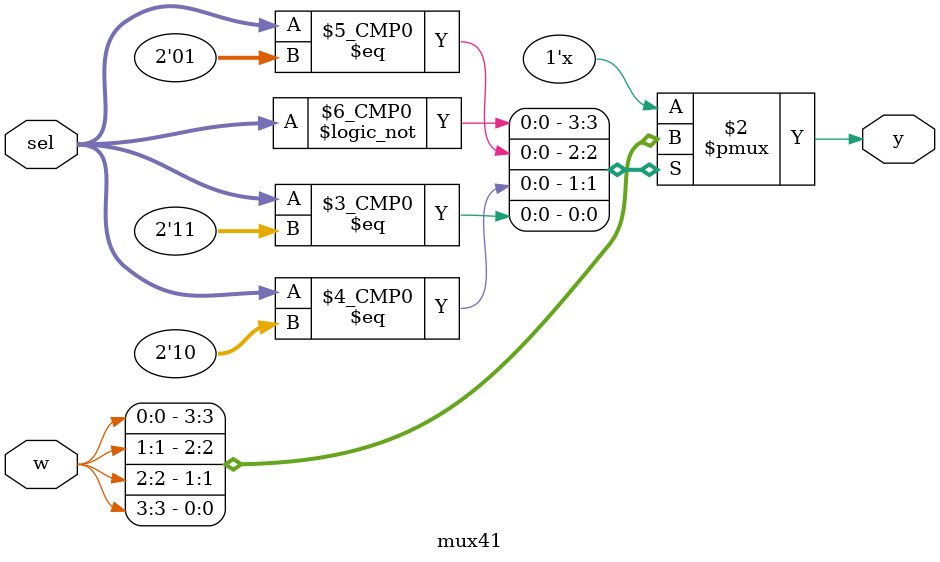
<source format=v>
`timescale 1ns / 1ps
module mux41(
input wire [3:0] w,
input  wire [1:0] sel,
output reg y
    );
always @(*)
begin
case (sel)
0: y = w[0];
1: y = w[1]; 
2: y = w[2]; 
3: y = w[3];
endcase
end

endmodule

</source>
